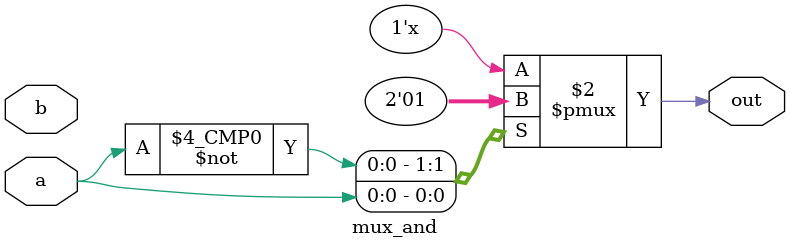
<source format=v>
module mux_and(a,b,out);

    input a,b;
	output reg out;
	
	always @(*)
	begin
	
	   case(a)
	   1'b0: out = 1'b0;
	   1'b1: out = 1'b1;
	   endcase
	   
	end

endmodule	

</source>
